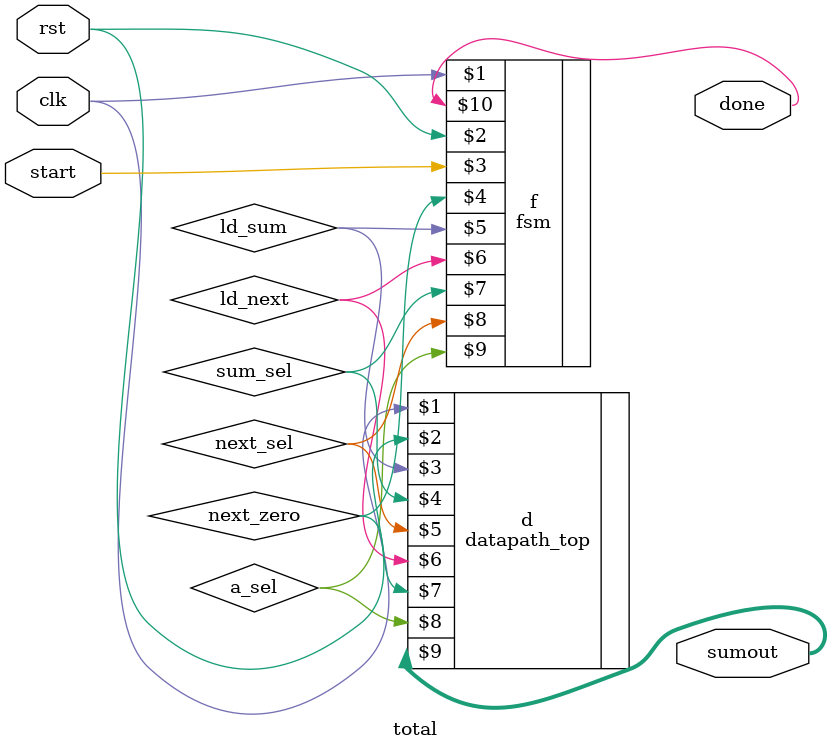
<source format=v>
`timescale 1ns / 1ps


module total(start,rst,clk,done,sumout);
    input start,clk,rst;
    output done;
    output [31:0]sumout;
    wire next_zero,ld_sum,ld_next,sum_sel,next_sel,a_sel;
    fsm f(clk,rst,start,next_zero,ld_sum,ld_next,sum_sel,next_sel,a_sel,done);
    datapath_top d(clk,rst,ld_sum,sum_sel,next_sel,ld_next,next_zero,a_sel,sumout);
endmodule
</source>
